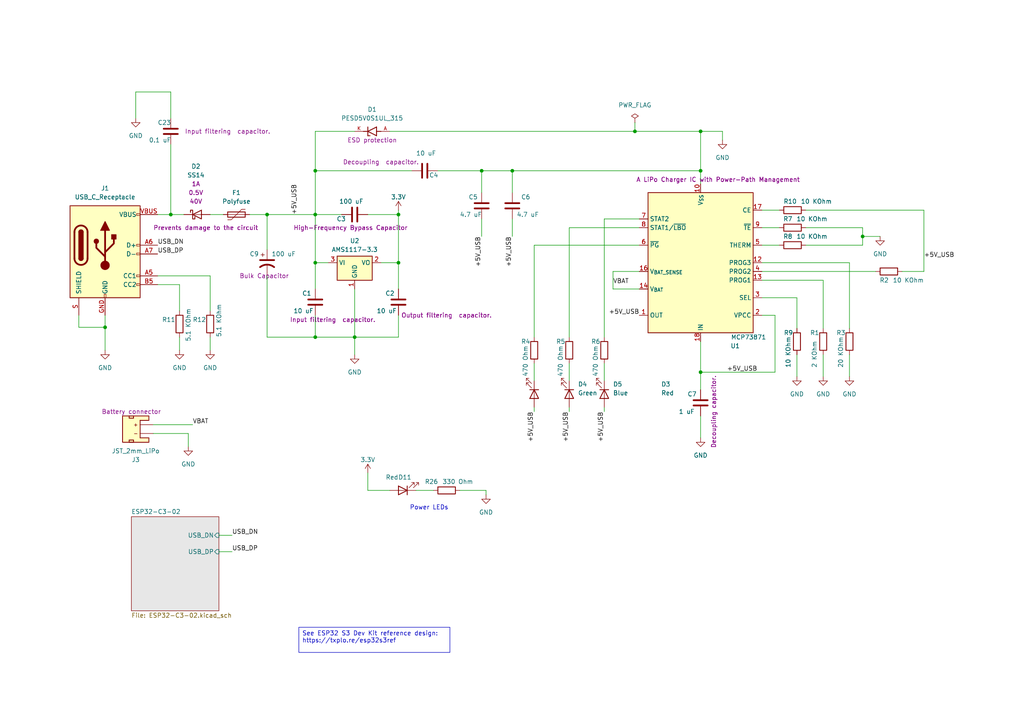
<source format=kicad_sch>
(kicad_sch (version 20231120) (generator "eeschema") (generator_version "8.0")
  (paper "A4")
  (title_block (title "ESP32 sensor board") (date "2024-11-22") (rev "1") (company "Tech Explorations") (comment 1 "Power and battery management"))
  (lib_symbols
    (symbol "Battery_Management:MCP73871"
      (property "Reference" "U" (at -7.62 24.13 0))
      (property "Value" "MCP73871" (at -15.24 21.59 0))
      (symbol "MCP73871_0_1"
        (rectangle (start -15.24 20.32) (end 15.24 -20.32) (stroke (width 0.254)) (fill (type background)))
      )
      (symbol "MCP73871_1_1"
        (pin power_out line (at 17.78 15.24 180) (length 2.54) (name "OUT") (number "1"))
        (pin power_in line (at 0 -22.86 90) (length 2.54) (name "V_{SS}") (number "10"))
        (pin passive line (at 0 -22.86 90) (length 2.54) hide (name "V_{SS}") (number "11"))
        (pin bidirectional line (at -17.78 0 0) (length 2.54) (name "PROG3") (number "12"))
        (pin bidirectional line (at -17.78 5.08 0) (length 2.54) (name "PROG1") (number "13"))
        (pin power_out line (at 17.78 7.62 180) (length 2.54) (name "V_{BAT}") (number "14"))
        (pin passive line (at 17.78 7.62 180) (length 2.54) hide (name "V_{BAT}") (number "15"))
        (pin input line (at 17.78 2.54 180) (length 2.54) (name "V_{BAT_SENSE}") (number "16"))
        (pin input line (at -17.78 -15.24 0) (length 2.54) (name "CE") (number "17"))
        (pin power_in line (at 0 22.86 270) (length 2.54) (name "IN") (number "18"))
        (pin passive line (at 0 22.86 270) (length 2.54) hide (name "IN") (number "19"))
        (pin input line (at -17.78 15.24 0) (length 2.54) (name "VPCC") (number "2"))
        (pin passive line (at 17.78 15.24 180) (length 2.54) hide (name "OUT") (number "20"))
        (pin passive line (at 0 -22.86 90) (length 2.54) hide (name "V_{SS}") (number "21"))
        (pin input line (at -17.78 10.16 0) (length 2.54) (name "SEL") (number "3"))
        (pin input line (at -17.78 2.54 0) (length 2.54) (name "PROG2") (number "4"))
        (pin bidirectional line (at -17.78 -5.08 0) (length 2.54) (name "THERM") (number "5"))
        (pin open_collector line (at 17.78 -5.08 180) (length 2.54) (name "~{PG}") (number "6"))
        (pin open_collector line (at 17.78 -12.7 180) (length 2.54) (name "STAT2") (number "7"))
        (pin open_collector line (at 17.78 -10.16 180) (length 2.54) (name "STAT1/~{LBO}") (number "8"))
        (pin input line (at -17.78 -10.16 0) (length 2.54) (name "~{TE}") (number "9"))
      )
    )
    (symbol "Device:R" (pin_numbers hide) (pin_names (offset 0))
      (property "Reference" "R" (at 2.032 0 90))
      (property "Value" "R" (at 0 0 90))
      (symbol "R_0_1"
        (rectangle (start -1.016 -2.54) (end 1.016 2.54) (stroke (width 0.254)))
      )
      (symbol "R_1_1"
        (pin passive line (at 0 3.81 270) (length 1.27) (name "~") (number "1"))
        (pin passive line (at 0 -3.81 90) (length 1.27) (name "~") (number "2"))
      )
    )
    (symbol "PESD5V0S1UL_315:PESD5V0S1UL_315" (pin_names (offset 1.016))
      (property "Reference" "D" (at -5.08 2.54 0))
      (property "Value" "PESD5V0S1UL_315" (at -5.08 -3.81 0))
      (symbol "PESD5V0S1UL_315_0_0"
        (polyline (pts (xy -2.54 0) (xy -1.27 0)) (stroke (width 0.254)))
        (polyline (pts (xy -1.27 -1.27) (xy 1.27 0)) (stroke (width 0.254)))
        (polyline (pts (xy -1.27 0) (xy -1.27 -1.27)) (stroke (width 0.254)))
        (polyline (pts (xy -1.27 1.27) (xy -1.27 0)) (stroke (width 0.254)))
        (polyline (pts (xy 0.635 1.27) (xy 1.27 1.27)) (stroke (width 0.254)))
        (polyline (pts (xy 1.27 0) (xy -1.27 1.27)) (stroke (width 0.254)))
        (polyline (pts (xy 1.27 0) (xy 1.27 -1.27)) (stroke (width 0.254)))
        (polyline (pts (xy 1.27 1.27) (xy 1.27 0)) (stroke (width 0.254)))
        (polyline (pts (xy 2.54 0) (xy 1.27 0)) (stroke (width 0.254)))
        (pin passive line (at -5.08 0 0) (length 2.54) (name "~") (number "A"))
        (pin passive line (at 5.08 0 180) (length 2.54) (name "~") (number "K"))
      )
    )
    (symbol "Regulator_Linear:AMS1117-3.3"
      (property "Reference" "U" (at -3.81 3.175 0))
      (property "Value" "AMS1117-3.3" (at 0 3.175 0))
      (symbol "AMS1117-3.3_0_1"
        (rectangle (start -5.08 -5.08) (end 5.08 1.905) (stroke (width 0.254)) (fill (type background)))
      )
      (symbol "AMS1117-3.3_1_1"
        (pin power_in line (at 0 -7.62 90) (length 2.54) (name "GND") (number "1"))
        (pin power_out line (at 7.62 0 180) (length 2.54) (name "VO") (number "2"))
        (pin power_in line (at -7.62 0 0) (length 2.54) (name "VI") (number "3"))
      )
    )
    (symbol "SparkFun-Capacitor:C" (pin_numbers hide) (pin_names (offset 0.254))
      (property "Reference" "C" (at 0.635 2.54 0))
      (property "Value" "C" (at 0.635 -2.54 0))
      (property "Voltage" "1kV" (at 0 -6.35 0))
      (property "Tolerance" "100%" (at 0 -8.89 0))
      (symbol "C_0_1"
        (polyline (pts (xy -2.032 -0.762) (xy 2.032 -0.762)) (stroke (width 0.508)))
        (polyline (pts (xy -2.032 0.762) (xy 2.032 0.762)) (stroke (width 0.508)))
      )
      (symbol "C_1_1"
        (pin passive line (at 0 3.81 270) (length 2.794) (name "~") (number "1"))
        (pin passive line (at 0 -3.81 90) (length 2.794) (name "~") (number "2"))
      )
    )
    (symbol "SparkFun-Capacitor:C_Polarized" (pin_numbers hide) (pin_names (offset 0.254) hide)
      (property "Reference" "C" (at 0.635 2.54 0))
      (property "Value" "C_Polarized" (at 0.635 -2.54 0))
      (property "Voltage" "1kV" (at 0 -7.62 0))
      (property "Tolerance" "100%" (at 0 -10.16 0))
      (symbol "C_Polarized_0_1"
        (polyline (pts (xy -2.032 0.762) (xy 2.032 0.762)) (stroke (width 0.508)))
        (polyline (pts (xy -1.778 2.286) (xy -0.762 2.286)))
        (polyline (pts (xy -1.27 1.778) (xy -1.27 2.794)))
        (arc (start 2.032 -1.27) (mid 0 -0.5572) (end -2.032 -1.27) (stroke (width 0.508)))
      )
      (symbol "C_Polarized_1_1"
        (pin passive line (at 0 3.81 270) (length 2.794) (name "~") (number "1"))
        (pin passive line (at 0 -3.81 90) (length 3.302) (name "~") (number "2"))
      )
    )
    (symbol "SparkFun-Connector:Conn_01x02_JST_2mm_LiPo" (pin_numbers hide) (pin_names (offset 1.016) hide)
      (property "Reference" "J3" (at 0 -10.16 0))
      (property "Value" "JST_2mm_LiPo" (at 0 -7.62 0))
      (property "Purpose" "Battery connector" (at 1.27 3.81 0))
      (symbol "Conn_01x02_JST_2mm_LiPo_1_1"
        (polyline (pts (xy -1.27 1.27) (xy -3.81 1.27) (xy -3.81 2.54) (xy 3.81 2.54) (xy 3.81 -5.08) (xy -3.81 -5.08) (xy -3.81 -3.81) (xy -1.27 -3.81) (xy -1.27 1.27)) (stroke (width 0.254)) (fill (type background)))
        (rectangle (start 0.635 -4.445) (end 1.905 -5.08) (stroke (width 0.254)))
        (rectangle (start 0.635 2.54) (end 1.905 1.905) (stroke (width 0.254)))
        (text "+" (at 0 0 0) (effects (font (size 1 1))))
        (text "-" (at 0 -2.54 0) (effects (font (size 1 1))))
        (pin passive line (at -5.08 -2.54 0) (length 3.81) (name "-") (number "1"))
        (pin passive line (at -5.08 0 0) (length 3.81) (name "+") (number "2"))
      )
    )
    (symbol "SparkFun-Connector:USB_C_Receptacle" (pin_names (offset 1.016))
      (property "Reference" "J1" (at 0 16.51 0))
      (property "Value" "USB_C_Receptacle" (at 0 13.97 0))
      (symbol "USB_C_Receptacle_0_0"
        (rectangle (start -0.254 -15.24) (end 0.254 -14.224))
        (rectangle (start 10.16 -11.176) (end 9.144 -11.684))
        (rectangle (start 10.16 -8.636) (end 9.144 -9.144))
        (rectangle (start 10.16 -2.286) (end 9.144 -2.794))
        (rectangle (start 10.16 0.254) (end 9.144 -0.254))
        (rectangle (start 10.16 9.144) (end 9.144 8.636))
      )
      (symbol "USB_C_Receptacle_0_1"
        (rectangle (start -10.16 11.43) (end 10.16 -15.24) (stroke (width 0.254)) (fill (type background)))
        (arc (start -8.89 -3.81) (mid -6.985 -5.7067) (end -5.08 -3.81) (stroke (width 0.508)))
        (arc (start -7.62 -3.81) (mid -6.985 -4.4423) (end -6.35 -3.81) (stroke (width 0.254)))
        (arc (start -7.62 -3.81) (mid -6.985 -4.4423) (end -6.35 -3.81) (stroke (width 0.254)) (fill (type outline)))
        (rectangle (start -7.62 -3.81) (end -6.35 3.81) (stroke (width 0.254)) (fill (type outline)))
        (arc (start -6.35 3.81) (mid -6.985 4.4423) (end -7.62 3.81) (stroke (width 0.254)))
        (arc (start -6.35 3.81) (mid -6.985 4.4423) (end -7.62 3.81) (stroke (width 0.254)) (fill (type outline)))
        (arc (start -5.08 3.81) (mid -6.985 5.7067) (end -8.89 3.81) (stroke (width 0.508)))
        (circle (center -2.54 1.143) (radius 0.635) (stroke (width 0.254)) (fill (type outline)))
        (circle (center 0 -5.842) (radius 1.27) (fill (type outline)))
        (polyline (pts (xy -8.89 -3.81) (xy -8.89 3.81)) (stroke (width 0.508)))
        (polyline (pts (xy -5.08 3.81) (xy -5.08 -3.81)) (stroke (width 0.508)))
        (polyline (pts (xy 0 -5.842) (xy 0 4.318)) (stroke (width 0.508)))
        (polyline (pts (xy 0 -3.302) (xy -2.54 -0.762) (xy -2.54 0.508)) (stroke (width 0.508)))
        (polyline (pts (xy 0 -2.032) (xy 2.54 0.508) (xy 2.54 1.778)) (stroke (width 0.508)))
        (polyline (pts (xy -1.27 4.318) (xy 0 6.858) (xy 1.27 4.318) (xy -1.27 4.318)) (stroke (width 0.254)) (fill (type outline)))
        (rectangle (start 1.905 1.778) (end 3.175 3.048) (stroke (width 0.254)) (fill (type outline)))
      )
      (symbol "USB_C_Receptacle_1_1"
        (pin bidirectional line (at 15.24 -8.89 180) (length 5.08) (name "CC1") (number "A5"))
        (pin bidirectional line (at 15.24 0 180) (length 5.08) (name "D+") (number "A6"))
        (pin bidirectional line (at 15.24 -2.54 180) (length 5.08) (name "D-") (number "A7"))
        (pin no_connect line (at 5.08 -15.24 90) (length 5.08) hide (name "NC") (number "A8"))
        (pin bidirectional line (at 15.24 -11.43 180) (length 5.08) (name "CC2") (number "B5"))
        (pin bidirectional line (at 15.24 0 180) (length 5.08) hide (name "D+") (number "B6"))
        (pin bidirectional line (at 15.24 -2.54 180) (length 5.08) hide (name "D-") (number "B7"))
        (pin no_connect line (at 3.81 -15.24 90) (length 5.08) hide (name "NC") (number "B8"))
        (pin passive line (at 0 -20.32 90) (length 5.08) (name "GND") (number "GND"))
        (pin no_connect line (at -3.81 -15.24 90) (length 5.08) hide (name "NC") (number "NC1"))
        (pin no_connect line (at -2.54 -15.24 90) (length 5.08) hide (name "NC") (number "NC2"))
        (pin no_connect line (at -2.54 -15.24 90) (length 5.08) hide (name "NC") (number "NC3"))
        (pin passive line (at -7.62 -20.32 90) (length 5.08) (name "SHIELD") (number "S"))
        (pin passive line (at 15.24 8.89 180) (length 5.08) (name "VBUS") (number "VBUS"))
      )
    )
    (symbol "SparkFun-DiscreteSemi:D_Schottky_1A_40V_0.5V" (pin_numbers hide) (pin_names (offset 1.016) hide)
      (property "Reference" "D" (at 0 2.54 0))
      (property "Value" "SS14" (at 0 -2.54 0))
      (property "IMax" "1A" (at 0 -5.08 0))
      (property "VDrop" "0.5V" (at 0 -10.16 0))
      (property "VMax" "40V" (at 0 -7.62 0))
      (symbol "D_Schottky_1A_40V_0.5V_0_1"
        (polyline (pts (xy 1.27 0) (xy -1.27 0)))
        (polyline (pts (xy 1.27 1.27) (xy 1.27 -1.27) (xy -1.27 0) (xy 1.27 1.27)) (stroke (width 0.254)))
        (polyline (pts (xy -1.905 0.635) (xy -1.905 1.27) (xy -1.27 1.27) (xy -1.27 -1.27) (xy -0.635 -1.27) (xy -0.635 -0.635)) (stroke (width 0.254)))
      )
      (symbol "D_Schottky_1A_40V_0.5V_1_1"
        (pin passive line (at 3.81 0 180) (length 2.54) (name "A") (number "A"))
        (pin passive line (at -3.81 0 0) (length 2.54) (name "C") (number "C"))
      )
    )
    (symbol "SparkFun-Fuse:Fuse 6V/2.0A/4.0A" (pin_numbers hide) (pin_names (offset 0))
      (property "Reference" "F" (at 0 2.54 0))
      (property "Value" "6V/2.0A/4.0A" (at 0 -2.54 0))
      (symbol "Fuse 6V/2.0A/4.0A_0_1"
        (polyline (pts (xy 2.54 0) (xy -2.54 0)))
        (polyline (pts (xy 2.54 1.524) (xy 1.524 1.524) (xy -1.524 -1.524) (xy -2.54 -1.524)))
        (rectangle (start 2.54 0.762) (end -2.54 -0.762) (stroke (width 0.254)))
      )
      (symbol "Fuse 6V/2.0A/4.0A_1_1"
        (pin passive line (at 3.81 0 180) (length 1.27) (name "~") (number "1"))
        (pin passive line (at -3.81 0 0) (length 1.27) (name "~") (number "2"))
      )
    )
    (symbol "SparkFun-LED:LED_Blue_0603" (pin_numbers hide) (pin_names (offset 1.016) hide)
      (property "Reference" "D" (at 0 2.54 0))
      (property "Value" "Blue" (at 0 -2.54 0))
      (symbol "LED_Blue_0603_0_1"
        (polyline (pts (xy -1.27 -1.27) (xy -1.27 1.27)) (stroke (width 0.254)))
        (polyline (pts (xy -1.27 0) (xy 1.27 0)))
        (polyline (pts (xy 1.27 -1.27) (xy 1.27 1.27) (xy -1.27 0) (xy 1.27 -1.27)) (stroke (width 0.254)))
        (polyline (pts (xy -3.048 -0.762) (xy -4.572 -2.286) (xy -3.81 -2.286) (xy -4.572 -2.286) (xy -4.572 -1.524)))
        (polyline (pts (xy -1.778 -0.762) (xy -3.302 -2.286) (xy -2.54 -2.286) (xy -3.302 -2.286) (xy -3.302 -1.524)))
      )
      (symbol "LED_Blue_0603_1_1"
        (pin passive line (at -3.81 0 0) (length 2.54) (name "K") (number "1"))
        (pin passive line (at 3.81 0 180) (length 2.54) (name "A") (number "2"))
      )
    )
    (symbol "SparkFun-LED:LED_Green_0603" (pin_numbers hide) (pin_names (offset 1.016) hide)
      (property "Reference" "D" (at 0 2.54 0))
      (property "Value" "Green" (at 0 -2.54 0))
      (symbol "LED_Green_0603_0_1"
        (polyline (pts (xy -1.27 -1.27) (xy -1.27 1.27)) (stroke (width 0.254)))
        (polyline (pts (xy -1.27 0) (xy 1.27 0)))
        (polyline (pts (xy 1.27 -1.27) (xy 1.27 1.27) (xy -1.27 0) (xy 1.27 -1.27)) (stroke (width 0.254)))
        (polyline (pts (xy -3.048 -0.762) (xy -4.572 -2.286) (xy -3.81 -2.286) (xy -4.572 -2.286) (xy -4.572 -1.524)))
        (polyline (pts (xy -1.778 -0.762) (xy -3.302 -2.286) (xy -2.54 -2.286) (xy -3.302 -2.286) (xy -3.302 -1.524)))
      )
      (symbol "LED_Green_0603_1_1"
        (pin passive line (at -3.81 0 0) (length 2.54) (name "K") (number "1"))
        (pin passive line (at 3.81 0 180) (length 2.54) (name "A") (number "2"))
      )
    )
    (symbol "SparkFun-LED:LED_Red_0603" (pin_numbers hide) (pin_names (offset 1.016) hide)
      (property "Reference" "D" (at 0 2.54 0))
      (property "Value" "Red" (at 0 -2.54 0))
      (symbol "LED_Red_0603_0_1"
        (polyline (pts (xy -1.27 -1.27) (xy -1.27 1.27)) (stroke (width 0.254)))
        (polyline (pts (xy -1.27 0) (xy 1.27 0)))
        (polyline (pts (xy 1.27 -1.27) (xy 1.27 1.27) (xy -1.27 0) (xy 1.27 -1.27)) (stroke (width 0.254)))
        (polyline (pts (xy -3.048 -0.762) (xy -4.572 -2.286) (xy -3.81 -2.286) (xy -4.572 -2.286) (xy -4.572 -1.524)))
        (polyline (pts (xy -1.778 -0.762) (xy -3.302 -2.286) (xy -2.54 -2.286) (xy -3.302 -2.286) (xy -3.302 -1.524)))
      )
      (symbol "LED_Red_0603_1_1"
        (pin passive line (at -3.81 0 0) (length 2.54) (name "K") (number "1"))
        (pin passive line (at 3.81 0 180) (length 2.54) (name "A") (number "2"))
      )
    )
    (symbol "SparkFun-PowerSymbol:3.3V" (power) (pin_names (offset 0))
      (property "Value" "3.3V" (at 0 3.81 0))
      (symbol "3.3V_0_1"
        (polyline (pts (xy -0.762 1.27) (xy 0 2.54)))
        (polyline (pts (xy 0 0) (xy 0 2.54)))
        (polyline (pts (xy 0 2.54) (xy 0.762 1.27)))
      )
      (symbol "3.3V_1_1"
        (pin power_in line (at 0 0 90) (length 0) hide (name "3.3V") (number "1"))
      )
    )
    (symbol "power:GND" (power) (pin_names (offset 0))
      (property "Value" "GND" (at 0 -3.81 0))
      (symbol "GND_0_1"
        (polyline (pts (xy 0 0) (xy 0 -1.27) (xy 1.27 -1.27) (xy 0 -2.54) (xy -1.27 -1.27) (xy 0 -1.27)))
      )
      (symbol "GND_1_1"
        (pin power_in line (at 0 0 270) (length 0) hide (name "GND") (number "1"))
      )
    )
    (symbol "power:PWR_FLAG" (power) (pin_numbers hide) (pin_names (offset 0) hide)
      (property "Value" "PWR_FLAG" (at 0 3.81 0))
      (symbol "PWR_FLAG_0_0"
        (pin power_out line (at 0 0 90) (length 0) (name "pwr") (number "1"))
      )
      (symbol "PWR_FLAG_0_1"
        (polyline (pts (xy 0 0) (xy 0 1.27) (xy -1.016 1.905) (xy 0 2.54) (xy 1.016 1.905) (xy 0 1.27)))
      )
    )
  )
  (junction (at 102.87 97.79))
  (junction (at 203.2 49.53))
  (junction (at 91.44 62.23))
  (junction (at 148.59 49.53))
  (junction (at 49.53 62.23))
  (junction (at 203.2 107.95))
  (junction (at 250.19 68.58))
  (junction (at 91.44 49.53))
  (junction (at 77.47 62.23))
  (junction (at 30.48 94.9325))
  (junction (at 184.15 38.1))
  (junction (at 91.44 97.79))
  (junction (at 115.57 76.2))
  (junction (at 203.2 38.1))
  (junction (at 91.44 76.2))
  (junction (at 139.7 49.53))
  (junction (at 115.57 62.23))
  (wire (pts (xy 63.5 155.2575) (xy 67.31 155.2575)))
  (wire (pts (xy 203.2 49.53) (xy 203.2 53.34)))
  (wire (pts (xy 209.55 40.64) (xy 209.55 38.1)))
  (wire (pts (xy 60.96 80.01) (xy 60.96 90.17)))
  (wire (pts (xy 220.98 81.28) (xy 238.76 81.28)))
  (wire (pts (xy 102.87 97.79) (xy 102.87 102.87)))
  (wire (pts (xy 77.47 97.79) (xy 91.44 97.79)))
  (wire (pts (xy 203.2 107.95) (xy 203.2 113.03)))
  (wire (pts (xy 30.48 94.9325) (xy 30.48 101.6)))
  (wire (pts (xy 139.7 49.53) (xy 127 49.53)))
  (wire (pts (xy 63.5 160.02) (xy 67.31 160.02)))
  (wire (pts (xy 231.14 102.87) (xy 231.14 109.22)))
  (wire (pts (xy 102.87 83.82) (xy 102.87 97.79)))
  (wire (pts (xy 125.73 142.24) (xy 120.65 142.24)))
  (wire (pts (xy 209.55 38.1) (xy 203.2 38.1)))
  (wire (pts (xy 140.97 142.24) (xy 140.97 143.51)))
  (wire (pts (xy 246.38 95.25) (xy 246.38 76.2)))
  (wire (pts (xy 22.86 91.44) (xy 22.86 94.9325)))
  (wire (pts (xy 233.68 60.96) (xy 267.97 60.96)))
  (wire (pts (xy 45.72 62.23) (xy 49.53 62.23)))
  (wire (pts (xy 95.25 76.2) (xy 91.44 76.2)))
  (wire (pts (xy 139.7 63.5) (xy 139.7 68.58)))
  (wire (pts (xy 203.2 120.65) (xy 203.2 127)))
  (wire (pts (xy 148.59 49.53) (xy 203.2 49.53)))
  (wire (pts (xy 106.68 142.24) (xy 106.68 137.16)))
  (wire (pts (xy 203.2 99.06) (xy 203.2 107.95)))
  (wire (pts (xy 175.26 105.41) (xy 175.26 110.49)))
  (wire (pts (xy 154.94 71.12) (xy 185.42 71.12)))
  (wire (pts (xy 246.38 102.87) (xy 246.38 109.22)))
  (wire (pts (xy 261.62 78.74) (xy 267.97 78.74)))
  (wire (pts (xy 30.48 91.44) (xy 30.48 94.9325)))
  (wire (pts (xy 91.44 49.53) (xy 119.38 49.53)))
  (wire (pts (xy 77.47 80.01) (xy 77.47 97.79)))
  (wire (pts (xy 267.97 60.96) (xy 267.97 78.74)))
  (wire (pts (xy 184.15 35.56) (xy 184.15 38.1)))
  (wire (pts (xy 115.57 91.44) (xy 115.57 97.79)))
  (wire (pts (xy 60.96 97.79) (xy 60.96 101.6)))
  (wire (pts (xy 231.14 86.36) (xy 231.14 95.25)))
  (wire (pts (xy 184.15 38.1) (xy 203.2 38.1)))
  (wire (pts (xy 177.8 78.74) (xy 177.8 83.82)))
  (wire (pts (xy 49.53 62.23) (xy 53.34 62.23)))
  (wire (pts (xy 148.59 49.53) (xy 148.59 55.88)))
  (wire (pts (xy 91.44 76.2) (xy 91.44 83.82)))
  (wire (pts (xy 165.1 66.04) (xy 185.42 66.04)))
  (wire (pts (xy 91.44 62.23) (xy 91.44 76.2)))
  (wire (pts (xy 165.1 105.41) (xy 165.1 110.49)))
  (wire (pts (xy 148.59 49.53) (xy 139.7 49.53)))
  (wire (pts (xy 77.47 62.23) (xy 77.47 72.39)))
  (wire (pts (xy 220.98 78.74) (xy 254 78.74)))
  (wire (pts (xy 45.72 80.01) (xy 60.96 80.01)))
  (wire (pts (xy 224.79 91.44) (xy 224.79 107.95)))
  (wire (pts (xy 110.49 76.2) (xy 115.57 76.2)))
  (wire (pts (xy 220.98 91.44) (xy 224.79 91.44)))
  (wire (pts (xy 115.57 76.2) (xy 115.57 83.82)))
  (wire (pts (xy 255.27 68.58) (xy 250.19 68.58)))
  (wire (pts (xy 220.98 71.12) (xy 226.06 71.12)))
  (wire (pts (xy 220.98 60.96) (xy 226.06 60.96)))
  (wire (pts (xy 52.07 97.79) (xy 52.07 101.6)))
  (wire (pts (xy 115.57 97.79) (xy 102.87 97.79)))
  (wire (pts (xy 91.44 97.79) (xy 102.87 97.79)))
  (wire (pts (xy 49.53 26.67) (xy 39.37 26.67)))
  (wire (pts (xy 133.35 142.24) (xy 140.97 142.24)))
  (wire (pts (xy 44.45 125.73) (xy 54.61 125.73)))
  (wire (pts (xy 165.1 66.04) (xy 165.1 97.79)))
  (wire (pts (xy 91.44 49.53) (xy 91.44 62.23)))
  (wire (pts (xy 238.76 81.28) (xy 238.76 95.25)))
  (wire (pts (xy 113.03 38.1) (xy 184.15 38.1)))
  (wire (pts (xy 115.57 60.96) (xy 115.57 62.23)))
  (wire (pts (xy 72.39 62.23) (xy 77.47 62.23)))
  (wire (pts (xy 44.45 123.19) (xy 55.88 123.19)))
  (wire (pts (xy 115.57 62.23) (xy 115.57 76.2)))
  (wire (pts (xy 250.19 68.58) (xy 250.19 71.12)))
  (wire (pts (xy 106.68 62.23) (xy 115.57 62.23)))
  (wire (pts (xy 91.44 62.23) (xy 99.06 62.23)))
  (wire (pts (xy 49.53 41.91) (xy 49.53 62.23)))
  (wire (pts (xy 220.98 66.04) (xy 226.06 66.04)))
  (wire (pts (xy 91.44 38.1) (xy 102.87 38.1)))
  (wire (pts (xy 177.8 78.74) (xy 185.42 78.74)))
  (wire (pts (xy 233.68 71.12) (xy 250.19 71.12)))
  (wire (pts (xy 238.76 102.87) (xy 238.76 109.22)))
  (wire (pts (xy 49.53 34.29) (xy 49.53 26.67)))
  (wire (pts (xy 203.2 38.1) (xy 203.2 49.53)))
  (wire (pts (xy 250.19 66.04) (xy 250.19 68.58)))
  (wire (pts (xy 246.38 76.2) (xy 220.98 76.2)))
  (wire (pts (xy 185.42 83.82) (xy 177.8 83.82)))
  (wire (pts (xy 203.2 107.95) (xy 224.79 107.95)))
  (wire (pts (xy 175.26 118.11) (xy 175.26 119.38)))
  (wire (pts (xy 91.44 91.44) (xy 91.44 97.79)))
  (wire (pts (xy 139.7 49.53) (xy 139.7 55.88)))
  (wire (pts (xy 154.94 118.11) (xy 154.94 119.38)))
  (wire (pts (xy 22.86 94.9325) (xy 30.48 94.9325)))
  (wire (pts (xy 185.42 63.5) (xy 175.26 63.5)))
  (wire (pts (xy 77.47 62.23) (xy 91.44 62.23)))
  (wire (pts (xy 52.07 82.55) (xy 52.07 90.17)))
  (wire (pts (xy 91.44 49.53) (xy 91.44 38.1)))
  (wire (pts (xy 60.96 62.23) (xy 64.77 62.23)))
  (wire (pts (xy 39.37 26.67) (xy 39.37 34.29)))
  (wire (pts (xy 154.94 105.41) (xy 154.94 110.49)))
  (wire (pts (xy 154.94 97.79) (xy 154.94 71.12)))
  (wire (pts (xy 106.68 142.24) (xy 113.03 142.24)))
  (wire (pts (xy 220.98 86.36) (xy 231.14 86.36)))
  (wire (pts (xy 165.1 118.11) (xy 165.1 119.38)))
  (wire (pts (xy 175.26 63.5) (xy 175.26 97.79)))
  (wire (pts (xy 54.61 125.73) (xy 54.61 129.54)))
  (wire (pts (xy 148.59 63.5) (xy 148.59 68.58)))
  (wire (pts (xy 45.72 82.55) (xy 52.07 82.55)))
  (wire (pts (xy 233.68 66.04) (xy 250.19 66.04)))
  (text_box "See ESP32 S3 Dev Kit reference design:\nhttps://txplo.re/esp32s3ref" (at 86.6775 181.9275 0) (size 43.815 7.3025) (effects (font (size 1.27 1.27)) (justify left top)))
  (text "Power LEDs" (at 124.46 147.32 0) (effects (font (size 1.27 1.27))))
  (label "+5V_USB" (at 139.7 68.58 270))
  (label "VBAT" (at 55.88 123.19 0))
  (label "+5V_USB" (at 165.1 119.38 270))
  (label "+5V_USB" (at 267.97 74.93 0))
  (label "USB_DP" (at 67.31 160.02 0))
  (label "+5V_USB" (at 210.82 107.95 0))
  (label "+5V_USB" (at 86.36 62.23 90))
  (label "+5V_USB" (at 185.42 91.44 180))
  (label "USB_DN" (at 67.31 155.2575 0))
  (label "+5V_USB" (at 154.94 119.38 270))
  (label "VBAT" (at 177.8 82.55 0))
  (label "USB_DN" (at 45.72 71.12 0))
  (label "+5V_USB" (at 175.26 119.38 270))
  (label "+5V_USB" (at 148.59 68.58 270))
  (label "USB_DP" (at 45.72 73.66 0))
  (symbol (lib_id "SparkFun-Capacitor:C") (at 115.57 87.63 0) (unit 1)
    (property "Reference" "C2" (at 111.76 85.09 0) (effects (justify left)))
    (property "Value" "10 uF" (at 109.22 90.17 0) (effects (justify left)))
    (property "Footprint" "Capacitor_SMD:C_0805_2012Metric" (effects (hide yes)))
    (property "Datasheet" "https://cdn.sparkfun.com/assets/8/a/4/a/5/Kemet_Capacitor_Datasheet.pdf" (effects (hide yes)))
    (property "Description" "Unpolarized capacitor" (effects (hide yes)))
    (property "PROD_ID" "CAP-00000" (effects (hide yes)))
    (property "Voltage" "1kV" (effects (hide yes)))
    (property "Tolerance" "100%" (effects (hide yes)))
    (property "Purpose" "Output filtering  capacitor." (at 129.54 91.44 0))
  )
  (symbol (lib_id "Device:R") (at 238.76 99.06 0) (unit 1)
    (property "Reference" "R1" (at 234.95 96.52 0) (effects (justify left)))
    (property "Value" "2 KOhm" (at 236.22 106.68 90) (effects (justify left)))
    (property "Footprint" "Resistor_SMD:R_0805_2012Metric" (effects (hide yes)))
    (property "Description" "Resistor" (effects (hide yes)))
    (property "Purpose" "Charge Current Regulator" (effects (hide yes)))
    (property "Instructions and notes" "A 2 kΩ resistor will result in a 500 mA charge current. **Calculation**: IREG=1000 VRPROG1I_{REG} = \\frac{1000\\ \\text{V}}{R_{PROG1}}" (effects (hide yes)))
  )
  (symbol (lib_id "Device:R") (at 231.14 99.06 0) (unit 1)
    (property "Reference" "R9" (at 227.33 96.52 0) (effects (justify left)))
    (property "Value" "10 KOhm" (at 228.6 106.68 90) (effects (justify left)))
    (property "Footprint" "Resistor_SMD:R_0805_2012Metric" (effects (hide yes)))
    (property "Description" "Resistor" (effects (hide yes)))
    (property "Purpose" "Limits current to USB specifications" (effects (hide yes)))
    (property "Instructions and notes" "Limits current to USB specifications (e.g., 500 mA)." (effects (hide yes)))
  )
  (symbol (lib_id "Device:R") (at 229.87 71.12 90) (unit 1)
    (property "Reference" "R8" (at 229.87 68.58 90) (effects (justify left)))
    (property "Value" "10 KOhm" (at 240.03 68.58 90) (effects (justify left)))
    (property "Footprint" "Resistor_SMD:R_0805_2012Metric" (effects (hide yes)))
    (property "Description" "Resistor" (effects (hide yes)))
    (property "Purpose" "Pull down resistor" (effects (hide yes)))
    (property "Instructions and notes" "I use a fixed resistor to disable temperature monitoring. If you want, replace this resistor with a 10 KOhm NTC thermistor." (effects (hide yes)))
  )
  (symbol (lib_id "Device:R") (at 154.94 101.6 0) (unit 1)
    (property "Reference" "R4" (at 151.13 99.06 0) (effects (justify left)))
    (property "Value" "470 Ohm" (at 152.4 109.22 90) (effects (justify left)))
    (property "Footprint" "Resistor_SMD:R_0805_2012Metric" (effects (hide yes)))
    (property "Description" "Resistor" (effects (hide yes)))
    (property "Purpose" "Current limiting" (effects (hide yes)))
  )
  (symbol (lib_id "PESD5V0S1UL_315:PESD5V0S1UL_315") (at 107.95 38.1 180) (unit 1)
    (property "Reference" "D1" (at 107.95 31.75 0))
    (property "Value" "PESD5V0S1UL_315" (at 107.95 34.29 0))
    (property "Footprint" "Footprints:DIO_PESD5V0S1UL_315" (effects (hide yes)))
    (property "MF" "Nexperia USA" (effects (hide yes)))
    (property "MAXIMUM_PACKAGE_HEIGHT" "0.5mm" (effects (hide yes)))
    (property "Package" "DFN1006-2-2 Nexperia USA Inc." (effects (hide yes)))
    (property "Price" "None" (effects (hide yes)))
    (property "Check_prices" "https://www.snapeda.com/parts/PESD5V0S1UL,315/Nexperia/view-part/?ref=eda" (effects (hide yes)))
    (property "STANDARD" "Manufacturer Recommendations" (effects (hide yes)))
    (property "PARTREV" "15 January 2020" (effects (hide yes)))
    (property "SnapEDA_Link" "https://www.snapeda.com/parts/PESD5V0S1UL,315/Nexperia/view-part/?ref=snap" (effects (hide yes)))
    (property "MP" "PESD5V0S1UL,315" (effects (hide yes)))
    (property "Description_1" "\n                        \n                            20V Clamp 15A (8/20µs) Ipp Tvs Diode Surface Mount DFN1006-2\n                        \n" (effects (hide yes)))
    (property "MANUFACTURER" "Nexperia" (effects (hide yes)))
    (property "Availability" "In Stock" (effects (hide yes)))
    (property "SNAPEDA_PN" "PESD5V0S1UL,315" (effects (hide yes)))
    (property "Purpose" "ESD protection" (at 107.95 40.64 0))
    (property "Instructions and notes" "Protects the circuit from voltage spikes, such as ESD (electrostatic discharge) or transient surges." (effects (hide yes)))
  )
  (symbol (lib_id "SparkFun-LED:LED_Red_0603") (at 116.84 142.24 180) (unit 1)
    (property "Reference" "D11" (at 119.38 138.43 0) (effects (justify left)))
    (property "Value" "Red" (at 115.57 138.43 0) (effects (justify left)))
    (property "Footprint" "SparkFun-LED:LED_0603_1608Metric" (effects (hide yes)))
    (property "Datasheet" "https://docs.broadcom.com/docs/AV02-0551EN" (effects (hide yes)))
    (property "Description" "Light emitting diode" (effects (hide yes)))
    (property "PROD_ID" "DIO-17976" (effects (hide yes)))
  )
  (symbol (lib_id "SparkFun-PowerSymbol:3.3V") (at 106.68 137.16 0) (unit 1)
    (property "Reference" "#PWR030" (effects (hide yes)))
    (property "Value" "3.3V" (at 106.68 133.35 0))
    (property "Description" "Power symbol creates a global label with name \"3.3V\"" (effects (hide yes)))
  )
  (symbol (lib_id "SparkFun-Capacitor:C") (at 148.59 59.69 0) (unit 1)
    (property "Reference" "C6" (at 151.13 57.15 0) (effects (justify left)))
    (property "Value" "4.7 uF" (at 149.86 62.23 0) (effects (justify left)))
    (property "Footprint" "Capacitor_SMD:C_0805_2012Metric" (effects (hide yes)))
    (property "Datasheet" "https://cdn.sparkfun.com/assets/8/a/4/a/5/Kemet_Capacitor_Datasheet.pdf" (effects (hide yes)))
    (property "Description" "Unpolarized capacitor" (effects (hide yes)))
    (property "PROD_ID" "CAP-00000" (effects (hide yes)))
    (property "Voltage" "1kV" (effects (hide yes)))
    (property "Tolerance" "100%" (effects (hide yes)))
    (property "Purpose" "Decoupling capacitor." (effects (hide yes)))
  )
  (symbol (lib_id "Device:R") (at 257.81 78.74 90) (unit 1)
    (property "Reference" "R2" (at 257.81 81.28 90) (effects (justify left)))
    (property "Value" "10 KOhm" (at 267.97 81.28 90) (effects (justify left)))
    (property "Footprint" "Resistor_SMD:R_0805_2012Metric" (effects (hide yes)))
    (property "Description" "Resistor" (effects (hide yes)))
    (property "Purpose" "Pull-up resistor for logic control" (effects (hide yes)))
    (property "Instructions and notes" "This allows up to 500 mA charging current" (effects (hide yes)))
  )
  (symbol (lib_id "power:GND") (at 238.76 109.22 0) (unit 1)
    (property "Reference" "#PWR04" (effects (hide yes)))
    (property "Value" "GND" (at 238.76 114.3 0))
    (property "Description" "Power symbol creates a global label with name \"GND\" , ground" (effects (hide yes)))
  )
  (symbol (lib_id "power:GND") (at 140.97 143.51 0) (unit 1)
    (property "Reference" "#PWR031" (effects (hide yes)))
    (property "Value" "GND" (at 140.97 148.59 0))
    (property "Description" "Power symbol creates a global label with name \"GND\" , ground" (effects (hide yes)))
  )
  (symbol (lib_id "SparkFun-Capacitor:C") (at 102.87 62.23 90) (unit 1)
    (property "Reference" "C3" (at 100.33 63.5 90) (effects (justify left)))
    (property "Value" "100 uF" (at 105.41 58.42 90) (effects (justify left)))
    (property "Footprint" "Capacitor_SMD:C_0805_2012Metric" (effects (hide yes)))
    (property "Datasheet" "https://cdn.sparkfun.com/assets/8/a/4/a/5/Kemet_Capacitor_Datasheet.pdf" (effects (hide yes)))
    (property "Description" "Unpolarized capacitor" (effects (hide yes)))
    (property "PROD_ID" "CAP-00000" (effects (hide yes)))
    (property "Voltage" "1kV" (effects (hide yes)))
    (property "Tolerance" "100%" (effects (hide yes)))
    (property "Purpose" "High-Frequency Bypass Capacitor" (at 85.09 66.04 90) (effects (justify right)))
    (property "Instructions and notes" "Place close to the regulator's input and output for high-frequency noise suppression" (effects (hide yes)))
  )
  (symbol (lib_id "power:GND") (at 209.55 40.64 0) (unit 1)
    (property "Reference" "#PWR05" (effects (hide yes)))
    (property "Value" "GND" (at 209.55 45.72 0))
    (property "Description" "Power symbol creates a global label with name \"GND\" , ground" (effects (hide yes)))
  )
  (symbol (lib_id "SparkFun-Capacitor:C") (at 139.7 59.69 0) (unit 1)
    (property "Reference" "C5" (at 135.89 57.15 0) (effects (justify left)))
    (property "Value" "4.7 uF" (at 133.35 62.23 0) (effects (justify left)))
    (property "Footprint" "Capacitor_SMD:C_0805_2012Metric" (effects (hide yes)))
    (property "Datasheet" "https://cdn.sparkfun.com/assets/8/a/4/a/5/Kemet_Capacitor_Datasheet.pdf" (effects (hide yes)))
    (property "Description" "Unpolarized capacitor" (effects (hide yes)))
    (property "PROD_ID" "CAP-00000" (effects (hide yes)))
    (property "Voltage" "1kV" (effects (hide yes)))
    (property "Tolerance" "100%" (effects (hide yes)))
    (property "Purpose" "Decoupling capacitor." (effects (hide yes)))
  )
  (symbol (lib_id "Device:R") (at 52.07 93.98 0) (unit 1)
    (property "Reference" "R11" (at 46.99 92.71 0) (effects (justify left)))
    (property "Value" "5.1 KOhm" (at 54.61 99.06 90) (effects (justify left)))
    (property "Footprint" "Resistor_SMD:R_0805_2012Metric" (effects (hide yes)))
    (property "Description" "Resistor" (effects (hide yes)))
    (property "Purpose" "Current limiting" (effects (hide yes)))
  )
  (symbol (lib_id "Device:R") (at 229.87 60.96 90) (unit 1)
    (property "Reference" "R10" (at 231.14 58.42 90) (effects (justify left)))
    (property "Value" "10 KOhm" (at 241.3 58.42 90) (effects (justify left)))
    (property "Footprint" "Resistor_SMD:R_0805_2012Metric" (effects (hide yes)))
    (property "Description" "Resistor" (effects (hide yes)))
    (property "Purpose" "Pull-up resistor for logic control" (effects (hide yes)))
    (property "Instructions and notes" "This allows up to 500 mA charging current" (effects (hide yes)))
  )
  (symbol (lib_id "power:GND") (at 102.87 102.87 0) (unit 1)
    (property "Reference" "#PWR01" (effects (hide yes)))
    (property "Value" "GND" (at 102.87 107.95 0))
    (property "Description" "Power symbol creates a global label with name \"GND\" , ground" (effects (hide yes)))
  )
  (symbol (lib_id "Device:R") (at 129.54 142.24 270) (unit 1)
    (property "Reference" "R26" (at 123.19 139.7 90) (effects (justify left)))
    (property "Value" "330 Ohm" (at 128.27 139.7 90) (effects (justify left)))
    (property "Footprint" "Resistor_SMD:R_0805_2012Metric" (effects (hide yes)))
    (property "Description" "Resistor" (effects (hide yes)))
    (property "Purpose" "Current limiting" (effects (hide yes)))
  )
  (symbol (lib_id "power:GND") (at 39.37 34.29 0) (unit 1)
    (property "Reference" "#PWR053" (effects (hide yes)))
    (property "Value" "GND" (at 39.37 39.37 0))
    (property "Description" "Power symbol creates a global label with name \"GND\" , ground" (effects (hide yes)))
  )
  (symbol (lib_id "SparkFun-Capacitor:C") (at 91.44 87.63 0) (unit 1)
    (property "Reference" "C1" (at 87.63 85.09 0) (effects (justify left)))
    (property "Value" "10 uF" (at 85.09 90.17 0) (effects (justify left)))
    (property "Footprint" "Capacitor_SMD:C_0805_2012Metric" (effects (hide yes)))
    (property "Datasheet" "https://cdn.sparkfun.com/assets/8/a/4/a/5/Kemet_Capacitor_Datasheet.pdf" (effects (hide yes)))
    (property "Description" "Unpolarized capacitor" (effects (hide yes)))
    (property "PROD_ID" "CAP-00000" (effects (hide yes)))
    (property "Voltage" "1kV" (effects (hide yes)))
    (property "Tolerance" "100%" (effects (hide yes)))
    (property "Purpose" "Input filtering  capacitor." (at 96.52 92.71 0))
  )
  (symbol (lib_id "Device:R") (at 165.1 101.6 0) (unit 1)
    (property "Reference" "R5" (at 161.29 99.06 0) (effects (justify left)))
    (property "Value" "470 Ohm" (at 162.56 109.22 90) (effects (justify left)))
    (property "Footprint" "Resistor_SMD:R_0805_2012Metric" (effects (hide yes)))
    (property "Description" "Resistor" (effects (hide yes)))
    (property "Purpose" "Current limiting" (effects (hide yes)))
  )
  (symbol (lib_id "SparkFun-LED:LED_Red_0603") (at 154.94 114.3 270) (unit 1)
    (property "Reference" "D3" (at 191.77 111.4424 90) (effects (justify left)))
    (property "Value" "Red" (at 191.77 113.9824 90) (effects (justify left)))
    (property "Footprint" "SparkFun-LED:LED_0603_1608Metric" (effects (hide yes)))
    (property "Datasheet" "https://docs.broadcom.com/docs/AV02-0551EN" (effects (hide yes)))
    (property "Description" "Light emitting diode" (effects (hide yes)))
    (property "PROD_ID" "DIO-17976" (effects (hide yes)))
  )
  (symbol (lib_id "power:GND") (at 255.27 68.58 0) (unit 1)
    (property "Reference" "#PWR08" (effects (hide yes)))
    (property "Value" "GND" (at 255.27 73.66 0))
    (property "Description" "Power symbol creates a global label with name \"GND\" , ground" (effects (hide yes)))
  )
  (symbol (lib_id "power:GND") (at 52.07 101.6 0) (unit 1)
    (property "Reference" "#PWR011" (effects (hide yes)))
    (property "Value" "GND" (at 52.07 106.68 0))
    (property "Description" "Power symbol creates a global label with name \"GND\" , ground" (effects (hide yes)))
  )
  (symbol (lib_id "SparkFun-Capacitor:C") (at 123.19 49.53 270) (unit 1)
    (property "Reference" "C4" (at 124.46 50.8 90) (effects (justify left)))
    (property "Value" "10 uF" (at 120.65 44.45 90) (effects (justify left)))
    (property "Footprint" "Capacitor_SMD:C_0805_2012Metric" (effects (hide yes)))
    (property "Datasheet" "https://cdn.sparkfun.com/assets/8/a/4/a/5/Kemet_Capacitor_Datasheet.pdf" (effects (hide yes)))
    (property "Description" "Unpolarized capacitor" (effects (hide yes)))
    (property "PROD_ID" "CAP-00000" (effects (hide yes)))
    (property "Voltage" "1kV" (effects (hide yes)))
    (property "Tolerance" "100%" (effects (hide yes)))
    (property "Purpose" "Decoupling  capacitor." (at 110.49 46.99 90))
  )
  (symbol (lib_id "Device:R") (at 246.38 99.06 0) (unit 1)
    (property "Reference" "R3" (at 242.57 96.52 0) (effects (justify left)))
    (property "Value" "20 KOhm" (at 243.84 106.68 90) (effects (justify left)))
    (property "Footprint" "Resistor_SMD:R_0805_2012Metric" (effects (hide yes)))
    (property "Description" "Resistor" (effects (hide yes)))
    (property "Purpose" "Termination Current Regulation" (effects (hide yes)))
    (property "Instructions and notes" "The MCP73871 detects when the current falls below a set threshold during the constant voltage (CV) phase and then terminates charging." (effects (hide yes)))
  )
  (symbol (lib_id "power:GND") (at 60.96 101.6 0) (unit 1)
    (property "Reference" "#PWR012" (effects (hide yes)))
    (property "Value" "GND" (at 60.96 106.68 0))
    (property "Description" "Power symbol creates a global label with name \"GND\" , ground" (effects (hide yes)))
  )
  (symbol (lib_id "power:GND") (at 231.14 109.22 0) (unit 1)
    (property "Reference" "#PWR09" (effects (hide yes)))
    (property "Value" "GND" (at 231.14 114.3 0))
    (property "Description" "Power symbol creates a global label with name \"GND\" , ground" (effects (hide yes)))
  )
  (symbol (lib_id "Device:R") (at 60.96 93.98 0) (unit 1)
    (property "Reference" "R12" (at 55.88 92.71 0) (effects (justify left)))
    (property "Value" "5.1 KOhm" (at 63.5 97.79 90) (effects (justify left)))
    (property "Footprint" "Resistor_SMD:R_0805_2012Metric" (effects (hide yes)))
    (property "Description" "Resistor" (effects (hide yes)))
    (property "Purpose" "Current limiting" (effects (hide yes)))
  )
  (symbol (lib_id "SparkFun-Connector:USB_C_Receptacle") (at 30.48 71.12 0) (unit 1)
    (property "Reference" "J1" (at 30.48 54.61 0))
    (property "Value" "USB_C_Receptacle" (at 30.48 57.15 0))
    (property "Footprint" "SparkFun-Connector:USB-C_16" (effects (hide yes)))
    (property "Datasheet" "https://www.usb.org/sites/default/files/documents/usb_type-c.zip" (effects (hide yes)))
    (property "Description" "USB 2.0-only Type-C Receptacle connector" (effects (hide yes)))
    (property "PROD_ID" "CONN-14122" (effects (hide yes)))
  )
  (symbol (lib_id "Device:R") (at 229.87 66.04 90) (unit 1)
    (property "Reference" "R7" (at 229.87 63.5 90) (effects (justify left)))
    (property "Value" "10 KOhm" (at 240.03 63.5 90) (effects (justify left)))
    (property "Footprint" "Resistor_SMD:R_0805_2012Metric" (effects (hide yes)))
    (property "Description" "Resistor" (effects (hide yes)))
    (property "Purpose" "Pull down resistor" (effects (hide yes)))
    (property "Instructions and notes" "The safety timer imposes a maximum duration for each charging phase (constant current and constant voltage). 6 hours maximum." (effects (hide yes)))
  )
  (symbol (lib_id "SparkFun-Capacitor:C_Polarized") (at 77.47 76.2 0) (unit 1)
    (property "Reference" "C9" (at 72.39 73.66 0) (effects (justify left)))
    (property "Value" "100 uF" (at 78.74 73.66 0) (effects (justify left)))
    (property "Footprint" "Capacitor_SMD:C_0805_2012Metric" (effects (hide yes)))
    (property "Datasheet" "https://cdn.sparkfun.com/assets/8/a/4/a/5/Kemet_Capacitor_Datasheet.pdf" (effects (hide yes)))
    (property "Description" "Polarized capacitor, US symbol" (effects (hide yes)))
    (property "PROD_ID" "CAP-00000" (effects (hide yes)))
    (property "Voltage" "1kV" (effects (hide yes)))
    (property "Tolerance" "100%" (effects (hide yes)))
    (property "Purpose" "Bulk Capacitor" (at 83.82 80.01 0) (effects (justify right)))
  )
  (symbol (lib_id "Regulator_Linear:AMS1117-3.3") (at 102.87 76.2 0) (unit 1)
    (property "Reference" "U2" (at 102.87 69.85 0))
    (property "Value" "AMS1117-3.3" (at 102.87 72.39 0))
    (property "Footprint" "Package_TO_SOT_SMD:SOT-223-3_TabPin2" (effects (hide yes)))
    (property "Datasheet" "http://www.advanced-monolithic.com/pdf/ds1117.pdf" (effects (hide yes)))
    (property "Description" "1A Low Dropout regulator, positive, 3.3V fixed output, SOT-223" (effects (hide yes)))
  )
  (symbol (lib_id "Battery_Management:MCP73871") (at 203.2 76.2 180) (unit 1)
    (property "Reference" "U1" (at 214.63 100.33 0) (effects (justify left)))
    (property "Value" "MCP73871" (at 222.25 97.79 0) (effects (justify left)))
    (property "Footprint" "Package_DFN_QFN:QFN-20-1EP_4x4mm_P0.5mm_EP2.5x2.5mm" (effects (hide yes)))
    (property "Datasheet" "https://www.snapeda.com/parts/MCP73871-2CCI/ML/Microchip/datasheet/" (effects (hide yes)))
    (property "Description" "Single cell, Li-Ion/Li-Po charge management controller" (effects (hide yes)))
    (property "Purpose" "A LiPo Charger IC with Power-Path Management" (at 208.28 52.07 0))
    (property "Instructions and notes" "Ensure the MCP73871 is configured to use its integrated features for system load sharing and power-path management." (effects (hide yes)))
  )
  (symbol (lib_id "power:PWR_FLAG") (at 184.15 35.56 0) (unit 1)
    (property "Reference" "#FLG01" (effects (hide yes)))
    (property "Value" "PWR_FLAG" (at 184.15 30.48 0))
    (property "Description" "Special symbol for telling ERC where power comes from" (effects (hide yes)))
  )
  (symbol (lib_id "SparkFun-PowerSymbol:3.3V") (at 115.57 60.96 0) (unit 1)
    (property "Reference" "#PWR07" (effects (hide yes)))
    (property "Value" "3.3V" (at 115.57 57.15 0))
    (property "Description" "Power symbol creates a global label with name \"3.3V\"" (effects (hide yes)))
  )
  (symbol (lib_id "SparkFun-LED:LED_Green_0603") (at 165.1 114.3 270) (unit 1)
    (property "Reference" "D4" (at 167.64 111.4424 90) (effects (justify left)))
    (property "Value" "Green" (at 167.64 113.9824 90) (effects (justify left)))
    (property "Footprint" "SparkFun-LED:LED_0603_1608Metric" (effects (hide yes)))
    (property "Datasheet" "https://docs.broadcom.com/docs/AV02-0551EN" (effects (hide yes)))
    (property "Description" "Light emitting diode" (effects (hide yes)))
    (property "PROD_ID" "DIO-00821" (effects (hide yes)))
  )
  (symbol (lib_id "power:GND") (at 30.48 101.6 0) (unit 1)
    (property "Reference" "#PWR02" (effects (hide yes)))
    (property "Value" "GND" (at 30.48 106.68 0))
    (property "Description" "Power symbol creates a global label with name \"GND\" , ground" (effects (hide yes)))
  )
  (symbol (lib_id "SparkFun-Fuse:Fuse 6V/2.0A/4.0A") (at 68.58 62.23 180) (unit 1)
    (property "Reference" "F1" (at 68.58 55.88 0))
    (property "Value" "Polyfuse" (at 68.58 58.42 0))
    (property "Footprint" "SparkFun-Fuse:1210" (effects (hide yes)))
    (property "Datasheet" "https://www.belfuse.com/resources/datasheets/circuitprotection/ds-cp-0zch-series.pdf" (effects (hide yes)))
    (property "Description" "Resettable fuse 2A" (effects (hide yes)))
    (property "PROD_ID" "RES-14313" (effects (hide yes)))
  )
  (symbol (lib_id "SparkFun-LED:LED_Blue_0603") (at 175.26 114.3 270) (unit 1)
    (property "Reference" "D5" (at 177.8 111.4424 90) (effects (justify left)))
    (property "Value" "Blue" (at 177.8 113.9824 90) (effects (justify left)))
    (property "Footprint" "SparkFun-LED:LED_0603_1608Metric" (effects (hide yes)))
    (property "Datasheet" "https://media.digikey.com/pdf/Data%20Sheets/Rohm%20PDFs/SMLE12_Series_Rev2.0_2007.pdf" (effects (hide yes)))
    (property "Description" "Light emitting diode" (effects (hide yes)))
    (property "PROD_ID" "DIO-08575" (effects (hide yes)))
  )
  (symbol (lib_id "SparkFun-Capacitor:C") (at 203.2 116.84 0) (unit 1)
    (property "Reference" "C7" (at 199.39 114.3 0) (effects (justify left)))
    (property "Value" "1 uF" (at 196.85 119.38 0) (effects (justify left)))
    (property "Footprint" "Capacitor_SMD:C_0805_2012Metric" (effects (hide yes)))
    (property "Datasheet" "https://cdn.sparkfun.com/assets/8/a/4/a/5/Kemet_Capacitor_Datasheet.pdf" (effects (hide yes)))
    (property "Description" "Unpolarized capacitor" (effects (hide yes)))
    (property "PROD_ID" "CAP-00000" (effects (hide yes)))
    (property "Voltage" "1kV" (effects (hide yes)))
    (property "Tolerance" "100%" (effects (hide yes)))
    (property "Purpose" "Decoupling capacitor." (at 207.01 119.38 90))
  )
  (symbol (lib_id "power:GND") (at 203.2 127 0) (unit 1)
    (property "Reference" "#PWR010" (effects (hide yes)))
    (property "Value" "GND" (at 203.2 132.08 0))
    (property "Description" "Power symbol creates a global label with name \"GND\" , ground" (effects (hide yes)))
  )
  (symbol (lib_id "SparkFun-Capacitor:C") (at 49.53 38.1 0) (unit 1)
    (property "Reference" "C23" (at 45.72 35.56 0) (effects (justify left)))
    (property "Value" "0.1 uF" (at 43.18 40.64 0) (effects (justify left)))
    (property "Footprint" "Capacitor_SMD:C_0805_2012Metric" (effects (hide yes)))
    (property "Datasheet" "https://cdn.sparkfun.com/assets/8/a/4/a/5/Kemet_Capacitor_Datasheet.pdf" (effects (hide yes)))
    (property "Description" "Unpolarized capacitor" (effects (hide yes)))
    (property "PROD_ID" "CAP-00000" (effects (hide yes)))
    (property "Voltage" "1kV" (effects (hide yes)))
    (property "Tolerance" "100%" (effects (hide yes)))
    (property "Purpose" "Input filtering  capacitor." (at 66.04 38.1 0))
  )
  (symbol (lib_id "Device:R") (at 175.26 101.6 0) (unit 1)
    (property "Reference" "R6" (at 171.45 99.06 0) (effects (justify left)))
    (property "Value" "470 Ohm" (at 172.72 109.22 90) (effects (justify left)))
    (property "Footprint" "Resistor_SMD:R_0805_2012Metric" (effects (hide yes)))
    (property "Description" "Resistor" (effects (hide yes)))
    (property "Purpose" "Current limiting" (effects (hide yes)))
  )
  (symbol (lib_id "SparkFun-Connector:Conn_01x02_JST_2mm_LiPo") (at 39.37 123.19 0) (mirror y) (unit 1)
    (property "Reference" "J3" (at 39.37 133.35 0))
    (property "Value" "JST_2mm_LiPo" (at 39.37 130.81 0))
    (property "Footprint" "SparkFun-Connector:JST_SMD_2.0mm-2" (effects (hide yes)))
    (property "Description" "2 Pin 2mm JST Battery Connector" (effects (hide yes)))
    (property "PROD_ID" "CONN-11443" (effects (hide yes)))
    (property "Purpose" "Battery connector" (at 38.1 119.38 0))
  )
  (symbol (lib_id "power:GND") (at 246.38 109.22 0) (unit 1)
    (property "Reference" "#PWR06" (effects (hide yes)))
    (property "Value" "GND" (at 246.38 114.3 0))
    (property "Description" "Power symbol creates a global label with name \"GND\" , ground" (effects (hide yes)))
  )
  (symbol (lib_id "SparkFun-DiscreteSemi:D_Schottky_1A_40V_0.5V") (at 57.15 62.23 0) (unit 1)
    (property "Reference" "D2" (at 56.8325 48.26 0))
    (property "Value" "SS14" (at 56.8325 50.8 0))
    (property "Footprint" "SparkFun-Semiconductor-Standard:SMA" (effects (hide yes)))
    (property "Datasheet" "https://www.vishay.com/docs/89018/mss1p6.pdf" (effects (hide yes)))
    (property "Description" "Schottky diode" (effects (hide yes)))
    (property "PROD_ID" "DIO-08053" (effects (hide yes)))
    (property "IMax" "1A" (at 56.8325 53.34 0))
    (property "VDrop" "0.5V" (at 56.8325 55.88 0))
    (property "VMax" "40V" (at 56.8325 58.42 0))
    (property "Purpose" "Prevents damage to the circuit" (at 59.69 66.04 0))
    (property "Instructions and notes" "Blocks current flow when the power supply is connected in reverse." (effects (hide yes)))
  )
  (symbol (lib_id "power:GND") (at 54.61 129.54 0) (unit 1)
    (property "Reference" "#PWR03" (effects (hide yes)))
    (property "Value" "GND" (at 54.61 134.62 0))
    (property "Description" "Power symbol creates a global label with name \"GND\" , ground" (effects (hide yes)))
  )
  (sheet (at 38.1 149.86) (size 25.4 27.305) (stroke (width 0.1524)) (fill (color 194 194 194 0.3900))
    (property "Sheetname" "ESP32-C3-02" (at 38.1 149.1484 0) (effects (justify left bottom)))
    (property "Sheetfile" "ESP32-C3-02.kicad_sch" (at 38.1 177.7496 0) (effects (justify left top)))
    (pin "USB_DP" input (at 63.5 160.02 0))
    (pin "USB_DN" input (at 63.5 155.2575 0))
  )
)
</source>
